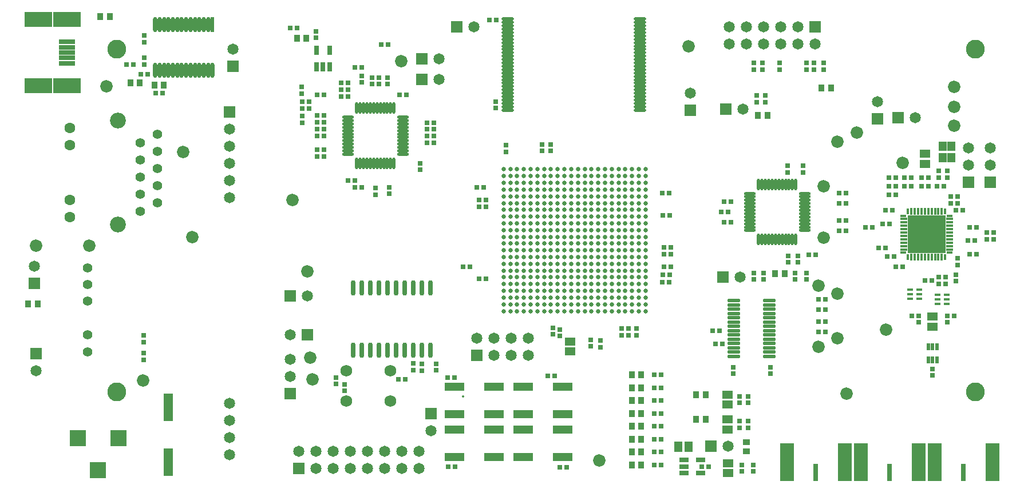
<source format=gts>
%FSLAX25Y25*%
%MOIN*%
G70*
G01*
G75*
G04 Layer_Color=8388736*
%ADD10C,0.01000*%
%ADD11R,0.02362X0.01969*%
%ADD12R,0.01969X0.02362*%
%ADD13R,0.04331X0.05512*%
%ADD14R,0.05118X0.02165*%
%ADD15R,0.03150X0.03543*%
%ADD16R,0.02362X0.09843*%
%ADD17R,0.07874X0.21654*%
%ADD18O,0.02362X0.08465*%
%ADD19R,0.03543X0.03150*%
%ADD20R,0.03937X0.04724*%
%ADD21R,0.02165X0.05118*%
%ADD22O,0.06496X0.01181*%
%ADD23O,0.01181X0.06496*%
%ADD24R,0.08858X0.01969*%
%ADD25R,0.15748X0.08071*%
%ADD26R,0.05512X0.04331*%
%ADD27R,0.01575X0.03347*%
%ADD28C,0.01969*%
%ADD29O,0.06693X0.01181*%
%ADD30R,0.01772X0.08268*%
%ADD31O,0.01772X0.08268*%
%ADD32O,0.07087X0.01378*%
%ADD33R,0.01181X0.02953*%
%ADD34R,0.01181X0.03347*%
%ADD35R,0.02953X0.01181*%
%ADD36R,0.03347X0.01181*%
%ADD37R,0.21260X0.21260*%
%ADD38R,0.11024X0.03937*%
%ADD39R,0.03150X0.01181*%
%ADD40R,0.04921X0.15748*%
%ADD41C,0.00500*%
%ADD42C,0.00800*%
%ADD43C,0.01200*%
%ADD44C,0.01190*%
%ADD45C,0.01600*%
%ADD46C,0.02500*%
%ADD47C,0.03000*%
%ADD48C,0.02000*%
%ADD49C,0.01500*%
%ADD50C,0.05906*%
%ADD51R,0.05906X0.05906*%
%ADD52R,0.08661X0.08661*%
%ADD53C,0.04921*%
%ADD54C,0.06299*%
%ADD55C,0.06614*%
%ADD56R,0.05906X0.05906*%
%ADD57C,0.08661*%
%ADD58C,0.05709*%
%ADD59C,0.02000*%
%ADD60C,0.01600*%
%ADD61C,0.03200*%
%ADD62C,0.02600*%
%ADD63C,0.02400*%
%ADD64C,0.15000*%
%ADD65C,0.01800*%
%ADD66C,0.02200*%
%ADD67C,0.03600*%
%ADD68C,0.03000*%
%ADD69C,0.02900*%
%ADD70C,0.00600*%
%ADD71R,0.05900X0.12900*%
%ADD72R,0.05900X0.03900*%
%ADD73R,0.20000X0.20000*%
%ADD74R,0.15590X0.15590*%
%ADD75R,0.05906X0.02362*%
%ADD76R,0.03543X0.02756*%
%ADD77R,0.10236X0.04331*%
%ADD78R,0.07874X0.07087*%
%ADD79R,0.07480X0.09449*%
%ADD80C,0.01181*%
%ADD81R,0.02362X0.05906*%
%ADD82R,0.04331X0.02165*%
%ADD83O,0.08661X0.02362*%
%ADD84R,0.09843X0.17716*%
%ADD85C,0.04000*%
%ADD86C,0.01800*%
%ADD87C,0.05000*%
%ADD88C,0.00984*%
%ADD89C,0.02362*%
%ADD90C,0.00197*%
%ADD91C,0.00787*%
%ADD92C,0.00400*%
%ADD93R,0.01575X0.01181*%
%ADD94R,0.02962X0.02569*%
%ADD95R,0.02569X0.02962*%
%ADD96R,0.04931X0.06112*%
%ADD97R,0.05718X0.02765*%
%ADD98R,0.03750X0.04143*%
%ADD99R,0.02962X0.10443*%
%ADD100R,0.08474X0.22253*%
%ADD101O,0.02962X0.09065*%
%ADD102R,0.04143X0.03750*%
%ADD103R,0.04537X0.05324*%
%ADD104R,0.02765X0.05718*%
%ADD105O,0.07096X0.01781*%
%ADD106O,0.01781X0.07096*%
%ADD107R,0.09458X0.02569*%
%ADD108R,0.16348X0.08671*%
%ADD109R,0.06112X0.04931*%
%ADD110R,0.02175X0.03947*%
%ADD111C,0.02569*%
%ADD112O,0.07293X0.01781*%
%ADD113R,0.02372X0.08868*%
%ADD114O,0.02372X0.08868*%
%ADD115O,0.07687X0.01978*%
%ADD116R,0.01781X0.03553*%
%ADD117R,0.01781X0.03947*%
%ADD118R,0.03553X0.01781*%
%ADD119R,0.03947X0.01781*%
%ADD120R,0.21860X0.21860*%
%ADD121R,0.11624X0.04537*%
%ADD122R,0.03750X0.01781*%
%ADD123R,0.05521X0.16348*%
%ADD124C,0.06506*%
%ADD125R,0.06506X0.06506*%
%ADD126R,0.09261X0.09261*%
%ADD127C,0.05521*%
%ADD128C,0.06899*%
%ADD129C,0.07214*%
%ADD130R,0.06506X0.06506*%
%ADD131C,0.00600*%
%ADD132C,0.09261*%
%ADD133C,0.06309*%
%ADD134C,0.11000*%
%ADD135C,0.01400*%
D94*
X193532Y172000D02*
D03*
X197468D02*
D03*
X171531Y202000D02*
D03*
X175469D02*
D03*
X543532Y158500D02*
D03*
X547469D02*
D03*
X540531Y162500D02*
D03*
X544468D02*
D03*
X540531Y166500D02*
D03*
X544468D02*
D03*
X403532Y80500D02*
D03*
X407469D02*
D03*
X405969Y88250D02*
D03*
X402032D02*
D03*
X371969Y17500D02*
D03*
X368032D02*
D03*
X371969Y25000D02*
D03*
X368032D02*
D03*
X371969Y32500D02*
D03*
X368032D02*
D03*
X371969Y40000D02*
D03*
X368032D02*
D03*
X371969Y47500D02*
D03*
X368032D02*
D03*
X371969Y55000D02*
D03*
X368032D02*
D03*
X371969Y62500D02*
D03*
X368032D02*
D03*
X399468Y9000D02*
D03*
X395532D02*
D03*
X371969Y10000D02*
D03*
X368032D02*
D03*
X377468Y137000D02*
D03*
X373532D02*
D03*
X377468Y133000D02*
D03*
X373532D02*
D03*
X269969Y118500D02*
D03*
X266032D02*
D03*
X376969Y121000D02*
D03*
X373031D02*
D03*
X376468Y116500D02*
D03*
X372532D02*
D03*
X260469Y125500D02*
D03*
X256532D02*
D03*
X377468Y125500D02*
D03*
X373532D02*
D03*
X376468Y168500D02*
D03*
X372532D02*
D03*
X376969Y155500D02*
D03*
X373031D02*
D03*
X247532Y61000D02*
D03*
X251468D02*
D03*
X222969Y60000D02*
D03*
X219032D02*
D03*
X171563Y206000D02*
D03*
X175500D02*
D03*
X159968Y265000D02*
D03*
X156032D02*
D03*
X185531Y233000D02*
D03*
X189469D02*
D03*
X185531Y225000D02*
D03*
X189469D02*
D03*
X193532Y242000D02*
D03*
X197468D02*
D03*
X163031Y222000D02*
D03*
X166969D02*
D03*
X163031Y218000D02*
D03*
X166969D02*
D03*
X171563Y226000D02*
D03*
X175500D02*
D03*
X171563Y214000D02*
D03*
X175500D02*
D03*
X171563Y210000D02*
D03*
X175500D02*
D03*
X171531Y194000D02*
D03*
X175469D02*
D03*
X171531Y190000D02*
D03*
X175469D02*
D03*
X185531Y229000D02*
D03*
X189469D02*
D03*
X189532Y176000D02*
D03*
X193468D02*
D03*
X219531Y226000D02*
D03*
X223468D02*
D03*
X239469Y209500D02*
D03*
X235531D02*
D03*
Y206000D02*
D03*
X239469D02*
D03*
X235531Y202000D02*
D03*
X239469D02*
D03*
X235531Y198000D02*
D03*
X239469D02*
D03*
X269969Y160500D02*
D03*
X266032D02*
D03*
X269969Y164500D02*
D03*
X266032D02*
D03*
X268468Y172000D02*
D03*
X264531D02*
D03*
X275969Y269500D02*
D03*
X272031D02*
D03*
X64468Y243500D02*
D03*
X60532D02*
D03*
X81468Y227000D02*
D03*
X77531D02*
D03*
X72969Y238000D02*
D03*
X69032D02*
D03*
X550531Y141000D02*
D03*
X554468D02*
D03*
X551532Y148500D02*
D03*
X555469D02*
D03*
X561531Y145500D02*
D03*
X565469D02*
D03*
X561531Y141500D02*
D03*
X565469D02*
D03*
X551532Y133000D02*
D03*
X555469D02*
D03*
X529468Y117500D02*
D03*
X525531D02*
D03*
X512468Y125500D02*
D03*
X508532D02*
D03*
X498531Y136500D02*
D03*
X502468D02*
D03*
X501031Y150500D02*
D03*
X504969D02*
D03*
X491032Y148500D02*
D03*
X494969D02*
D03*
X408532Y163500D02*
D03*
X412468D02*
D03*
X408532Y151500D02*
D03*
X412468D02*
D03*
X407031Y157500D02*
D03*
X410968D02*
D03*
X463531Y106500D02*
D03*
X467469D02*
D03*
X463531Y100500D02*
D03*
X467469D02*
D03*
X463531Y93500D02*
D03*
X467469D02*
D03*
X463531Y87500D02*
D03*
X467469D02*
D03*
X309968Y62000D02*
D03*
X306031D02*
D03*
X313032Y8500D02*
D03*
X316968D02*
D03*
X251969Y9000D02*
D03*
X248031D02*
D03*
X532531Y172500D02*
D03*
X536469D02*
D03*
X479468Y146500D02*
D03*
X475531D02*
D03*
X479468Y152500D02*
D03*
X475531D02*
D03*
X479468Y162500D02*
D03*
X475531D02*
D03*
X479468Y168500D02*
D03*
X475531D02*
D03*
X458032Y132500D02*
D03*
X461969D02*
D03*
X503532Y131500D02*
D03*
X507469D02*
D03*
X506468Y158500D02*
D03*
X502531D02*
D03*
X538531Y97000D02*
D03*
X542469D02*
D03*
X518032Y97000D02*
D03*
X521969D02*
D03*
X209032Y255260D02*
D03*
X212968D02*
D03*
X508468Y177500D02*
D03*
X504531D02*
D03*
X504531Y172500D02*
D03*
X508468D02*
D03*
X527468D02*
D03*
X523531D02*
D03*
X517469Y177500D02*
D03*
X513531D02*
D03*
X527468D02*
D03*
X523531D02*
D03*
X517469Y172500D02*
D03*
X513531D02*
D03*
X504531Y167500D02*
D03*
X508468D02*
D03*
D95*
X544500Y130468D02*
D03*
Y126532D02*
D03*
X349000Y89468D02*
D03*
Y85532D02*
D03*
X331000Y82968D02*
D03*
Y79031D02*
D03*
X353000Y89468D02*
D03*
Y85532D02*
D03*
X357500Y89468D02*
D03*
Y85532D02*
D03*
X336500Y82468D02*
D03*
Y78531D02*
D03*
X281500Y196468D02*
D03*
Y192532D02*
D03*
X302500Y196968D02*
D03*
Y193032D02*
D03*
X307500Y196968D02*
D03*
Y193032D02*
D03*
X227400Y69068D02*
D03*
Y65131D02*
D03*
X431500Y121968D02*
D03*
Y118032D02*
D03*
X426000Y121968D02*
D03*
Y118032D02*
D03*
X456500Y121968D02*
D03*
Y118032D02*
D03*
X450000Y121968D02*
D03*
Y118032D02*
D03*
X432500Y221532D02*
D03*
Y225468D02*
D03*
X427500Y221532D02*
D03*
Y225468D02*
D03*
X70700Y75068D02*
D03*
Y71131D02*
D03*
X70500Y81532D02*
D03*
Y85469D02*
D03*
X182500Y60969D02*
D03*
Y57032D02*
D03*
X187500Y53031D02*
D03*
Y56968D02*
D03*
X171000Y259032D02*
D03*
Y262968D02*
D03*
X212500Y235968D02*
D03*
Y232031D02*
D03*
X162500Y230469D02*
D03*
Y226532D02*
D03*
X163000Y213469D02*
D03*
Y209531D02*
D03*
X197500Y236968D02*
D03*
Y233032D02*
D03*
X203500Y235968D02*
D03*
Y232031D02*
D03*
X207500Y235968D02*
D03*
Y232031D02*
D03*
X205500Y171468D02*
D03*
Y167532D02*
D03*
X213500Y171968D02*
D03*
Y168032D02*
D03*
X231500Y185968D02*
D03*
Y182032D02*
D03*
X425500Y9968D02*
D03*
Y6032D02*
D03*
X419000Y9968D02*
D03*
Y6032D02*
D03*
X313000Y85031D02*
D03*
Y88968D02*
D03*
X309000Y86032D02*
D03*
Y89969D02*
D03*
X275500Y221969D02*
D03*
Y218032D02*
D03*
X466500Y240531D02*
D03*
Y244468D02*
D03*
X461000D02*
D03*
Y240531D02*
D03*
X456500Y240531D02*
D03*
Y244468D02*
D03*
X441000Y244468D02*
D03*
Y240531D02*
D03*
X431000Y244468D02*
D03*
Y240531D02*
D03*
X426000D02*
D03*
Y244468D02*
D03*
X71000Y256532D02*
D03*
Y260469D02*
D03*
X71000Y247468D02*
D03*
Y243531D02*
D03*
X454500Y184468D02*
D03*
Y180532D02*
D03*
X445500Y184468D02*
D03*
Y180532D02*
D03*
X446000Y131968D02*
D03*
Y128032D02*
D03*
X451500Y128032D02*
D03*
Y131968D02*
D03*
X422500Y35469D02*
D03*
Y31532D02*
D03*
X417500Y35469D02*
D03*
Y31532D02*
D03*
X414000Y63032D02*
D03*
Y66969D02*
D03*
X435500Y63032D02*
D03*
Y66969D02*
D03*
X422500Y49968D02*
D03*
Y46031D02*
D03*
X417500Y49968D02*
D03*
Y46031D02*
D03*
X533500Y177532D02*
D03*
Y181468D02*
D03*
X538500Y177532D02*
D03*
Y181468D02*
D03*
X530000Y62032D02*
D03*
Y65969D02*
D03*
X538500Y93032D02*
D03*
Y96969D02*
D03*
X522000Y93032D02*
D03*
Y96969D02*
D03*
X533500Y115532D02*
D03*
Y119468D02*
D03*
X537500Y115532D02*
D03*
Y119468D02*
D03*
X543500Y117032D02*
D03*
Y120968D02*
D03*
X232500Y65000D02*
D03*
Y68937D02*
D03*
X241000Y65031D02*
D03*
Y68968D02*
D03*
D96*
X387953Y20500D02*
D03*
X382047D02*
D03*
D97*
X394921Y12740D02*
D03*
Y5260D02*
D03*
X385079Y9000D02*
D03*
Y12740D02*
D03*
Y5260D02*
D03*
D98*
X397756Y36500D02*
D03*
X392244D02*
D03*
X397756Y51000D02*
D03*
X392244D02*
D03*
X360256Y10000D02*
D03*
X354744D02*
D03*
X360256Y17500D02*
D03*
X354744D02*
D03*
X360256Y25000D02*
D03*
X354744D02*
D03*
X360256Y32500D02*
D03*
X354744D02*
D03*
X360256Y40000D02*
D03*
X354744D02*
D03*
X360256Y47500D02*
D03*
X354744D02*
D03*
X360256Y55000D02*
D03*
X354744D02*
D03*
X360256Y62500D02*
D03*
X354744D02*
D03*
X438244Y121500D02*
D03*
X443756D02*
D03*
X428244Y214000D02*
D03*
X433756D02*
D03*
X165256Y259000D02*
D03*
X159744D02*
D03*
X68256Y233000D02*
D03*
X62744D02*
D03*
X3244Y104000D02*
D03*
X8756D02*
D03*
X45244Y271500D02*
D03*
X50756D02*
D03*
X82256Y231500D02*
D03*
X76744D02*
D03*
X470756Y230000D02*
D03*
X465244D02*
D03*
D99*
X548000Y5571D02*
D03*
X505000D02*
D03*
X462000D02*
D03*
D100*
X564732Y11476D02*
D03*
X531268D02*
D03*
X521732D02*
D03*
X488268D02*
D03*
X478732D02*
D03*
X445268D02*
D03*
D101*
X232500Y76693D02*
D03*
X227500D02*
D03*
X237500D02*
D03*
X212500D02*
D03*
X222500D02*
D03*
X217500D02*
D03*
X207500D02*
D03*
X202500D02*
D03*
X192500D02*
D03*
X197500D02*
D03*
X217500Y113307D02*
D03*
X237500D02*
D03*
X232500D02*
D03*
X227500D02*
D03*
X212500D02*
D03*
X222500D02*
D03*
X202500D02*
D03*
X197500D02*
D03*
X192500D02*
D03*
X207500D02*
D03*
D102*
X421500Y17744D02*
D03*
Y23256D02*
D03*
D103*
X535941Y189154D02*
D03*
Y195846D02*
D03*
X541059D02*
D03*
Y189154D02*
D03*
D104*
X171260Y251921D02*
D03*
X178740D02*
D03*
Y242079D02*
D03*
X175000D02*
D03*
X171260D02*
D03*
D105*
X189457Y210858D02*
D03*
Y212827D02*
D03*
Y208890D02*
D03*
Y202984D02*
D03*
Y201016D02*
D03*
Y206921D02*
D03*
Y204953D02*
D03*
Y199047D02*
D03*
Y197079D02*
D03*
Y195110D02*
D03*
Y193142D02*
D03*
Y191173D02*
D03*
X221543Y212827D02*
D03*
Y210858D02*
D03*
Y204953D02*
D03*
Y202984D02*
D03*
Y208890D02*
D03*
Y206921D02*
D03*
Y197079D02*
D03*
Y195110D02*
D03*
Y201016D02*
D03*
Y199047D02*
D03*
Y193142D02*
D03*
Y191173D02*
D03*
X455543Y146673D02*
D03*
Y148642D02*
D03*
Y150610D02*
D03*
Y152579D02*
D03*
Y154547D02*
D03*
Y156516D02*
D03*
Y158484D02*
D03*
Y160453D02*
D03*
Y162421D02*
D03*
Y164390D02*
D03*
Y166358D02*
D03*
Y168327D02*
D03*
X423457D02*
D03*
Y166358D02*
D03*
Y164390D02*
D03*
Y162421D02*
D03*
Y160453D02*
D03*
Y158484D02*
D03*
Y156516D02*
D03*
Y154547D02*
D03*
Y152579D02*
D03*
Y150610D02*
D03*
Y148642D02*
D03*
Y146673D02*
D03*
D106*
X196642Y218043D02*
D03*
X194673D02*
D03*
X200579D02*
D03*
X198610D02*
D03*
X204516D02*
D03*
X202547D02*
D03*
X206484D02*
D03*
X208453D02*
D03*
X194673Y185957D02*
D03*
X196642D02*
D03*
X200579D02*
D03*
X198610D02*
D03*
X204516D02*
D03*
X202547D02*
D03*
X208453D02*
D03*
X206484D02*
D03*
X212390Y218043D02*
D03*
X214358D02*
D03*
X210421D02*
D03*
X216327D02*
D03*
X212390Y185957D02*
D03*
X210421D02*
D03*
X216327D02*
D03*
X214358D02*
D03*
X450327Y173543D02*
D03*
X448358D02*
D03*
X446390D02*
D03*
X444421D02*
D03*
X442453D02*
D03*
X440484D02*
D03*
X438516D02*
D03*
X436547D02*
D03*
X434579D02*
D03*
X432610D02*
D03*
X430642D02*
D03*
X428673D02*
D03*
Y141457D02*
D03*
X430642D02*
D03*
X432610D02*
D03*
X434579D02*
D03*
X436547D02*
D03*
X438516D02*
D03*
X440484D02*
D03*
X442453D02*
D03*
X444421D02*
D03*
X446390D02*
D03*
X448358D02*
D03*
X450327D02*
D03*
D107*
X26000Y250500D02*
D03*
Y253650D02*
D03*
Y256799D02*
D03*
Y247350D02*
D03*
Y244201D02*
D03*
D108*
Y231110D02*
D03*
X9268D02*
D03*
X26000Y269890D02*
D03*
X9268D02*
D03*
D109*
X411000Y5047D02*
D03*
Y10953D02*
D03*
X319000Y76047D02*
D03*
Y81953D02*
D03*
X525500Y191453D02*
D03*
Y185547D02*
D03*
X410500Y30547D02*
D03*
Y36453D02*
D03*
Y45047D02*
D03*
Y50953D02*
D03*
X530000Y90547D02*
D03*
Y96453D02*
D03*
D110*
X532559Y78740D02*
D03*
X530000D02*
D03*
X527441D02*
D03*
Y71260D02*
D03*
X530000D02*
D03*
X532559D02*
D03*
D111*
X362839Y99661D02*
D03*
X358902D02*
D03*
X354965D02*
D03*
X351028D02*
D03*
X347091D02*
D03*
X343154D02*
D03*
X339216D02*
D03*
X335279D02*
D03*
X331343D02*
D03*
X327406D02*
D03*
X323468D02*
D03*
X319531D02*
D03*
X315595D02*
D03*
X311658D02*
D03*
X307720D02*
D03*
X303783D02*
D03*
X299847D02*
D03*
X295910D02*
D03*
X291972D02*
D03*
X288035D02*
D03*
X284098D02*
D03*
X280161D02*
D03*
X362839Y103598D02*
D03*
X358902D02*
D03*
X354965D02*
D03*
X351028D02*
D03*
X347091D02*
D03*
X343154D02*
D03*
X339216D02*
D03*
X335279D02*
D03*
X331343D02*
D03*
X327406D02*
D03*
X323468D02*
D03*
X319531D02*
D03*
X315595D02*
D03*
X311658D02*
D03*
X307720D02*
D03*
X303783D02*
D03*
X299847D02*
D03*
X295910D02*
D03*
X291972D02*
D03*
X288035D02*
D03*
X284098D02*
D03*
X280161D02*
D03*
X362839Y107535D02*
D03*
X358902D02*
D03*
X354965D02*
D03*
X351028D02*
D03*
X347091D02*
D03*
X343154D02*
D03*
X339216D02*
D03*
X335279D02*
D03*
X331343D02*
D03*
X327406D02*
D03*
X323468D02*
D03*
X319531D02*
D03*
X315595D02*
D03*
X311658D02*
D03*
X307720D02*
D03*
X303783D02*
D03*
X299847D02*
D03*
X295910D02*
D03*
X291972D02*
D03*
X288035D02*
D03*
X284098D02*
D03*
X280161D02*
D03*
X362839Y111472D02*
D03*
X358902D02*
D03*
X354965D02*
D03*
X351028D02*
D03*
X347091D02*
D03*
X343154D02*
D03*
X339216D02*
D03*
X335279D02*
D03*
X331343D02*
D03*
X327406D02*
D03*
X323468D02*
D03*
X319531D02*
D03*
X315595D02*
D03*
X311658D02*
D03*
X307720D02*
D03*
X303783D02*
D03*
X299847D02*
D03*
X295910D02*
D03*
X291972D02*
D03*
X288035D02*
D03*
X284098D02*
D03*
X280161D02*
D03*
X362839Y115410D02*
D03*
X358902D02*
D03*
X354965D02*
D03*
X351028D02*
D03*
X347091D02*
D03*
X343154D02*
D03*
X339216D02*
D03*
X335279D02*
D03*
X331343D02*
D03*
X327406D02*
D03*
X323468D02*
D03*
X319531D02*
D03*
X315595D02*
D03*
X311658D02*
D03*
X307720D02*
D03*
X303783D02*
D03*
X299847D02*
D03*
X295910D02*
D03*
X291972D02*
D03*
X288035D02*
D03*
X284098D02*
D03*
X280161D02*
D03*
X362839Y119346D02*
D03*
X358902D02*
D03*
X354965D02*
D03*
X351028D02*
D03*
X347091D02*
D03*
X343154D02*
D03*
X339216D02*
D03*
X335279D02*
D03*
X331343D02*
D03*
X327406D02*
D03*
X323468D02*
D03*
X319531D02*
D03*
X315595D02*
D03*
X311658D02*
D03*
X307720D02*
D03*
X303783D02*
D03*
X299847D02*
D03*
X295910D02*
D03*
X291972D02*
D03*
X288035D02*
D03*
X284098D02*
D03*
X280161D02*
D03*
X362839Y123284D02*
D03*
X358902D02*
D03*
X354965D02*
D03*
X351028D02*
D03*
X347091D02*
D03*
X343154D02*
D03*
X339216D02*
D03*
X335279D02*
D03*
X331343D02*
D03*
X327406D02*
D03*
X323468D02*
D03*
X319531D02*
D03*
X315595D02*
D03*
X311658D02*
D03*
X307720D02*
D03*
X303783D02*
D03*
X299847D02*
D03*
X295910D02*
D03*
X291972D02*
D03*
X288035D02*
D03*
X284098D02*
D03*
X280161D02*
D03*
X362839Y127220D02*
D03*
X358902D02*
D03*
X354965D02*
D03*
X351028D02*
D03*
X347091D02*
D03*
X343154D02*
D03*
X339216D02*
D03*
X335279D02*
D03*
X331343D02*
D03*
X327406D02*
D03*
X323468D02*
D03*
X319531D02*
D03*
X315595D02*
D03*
X311658D02*
D03*
X307720D02*
D03*
X303783D02*
D03*
X299847D02*
D03*
X295910D02*
D03*
X291972D02*
D03*
X288035D02*
D03*
X284098D02*
D03*
X280161D02*
D03*
X362839Y131158D02*
D03*
X358902D02*
D03*
X354965D02*
D03*
X351028D02*
D03*
X347091D02*
D03*
X343154D02*
D03*
X339216D02*
D03*
X335279D02*
D03*
X331343D02*
D03*
X327406D02*
D03*
X323468D02*
D03*
X319531D02*
D03*
X315595D02*
D03*
X311658D02*
D03*
X307720D02*
D03*
X303783D02*
D03*
X299847D02*
D03*
X295910D02*
D03*
X291972D02*
D03*
X288035D02*
D03*
X284098D02*
D03*
X280161D02*
D03*
X362839Y135094D02*
D03*
X358902D02*
D03*
X354965D02*
D03*
X351028D02*
D03*
X347091D02*
D03*
X343154D02*
D03*
X339216D02*
D03*
X335279D02*
D03*
X331343D02*
D03*
X327406D02*
D03*
X323468D02*
D03*
X319531D02*
D03*
X315595D02*
D03*
X311658D02*
D03*
X307720D02*
D03*
X303783D02*
D03*
X299847D02*
D03*
X295910D02*
D03*
X291972D02*
D03*
X288035D02*
D03*
X284098D02*
D03*
X280161D02*
D03*
X362839Y139032D02*
D03*
X358902D02*
D03*
X354965D02*
D03*
X351028D02*
D03*
X347091D02*
D03*
X343154D02*
D03*
X339216D02*
D03*
X335279D02*
D03*
X331343D02*
D03*
X327406D02*
D03*
X323468D02*
D03*
X319531D02*
D03*
X315595D02*
D03*
X311658D02*
D03*
X307720D02*
D03*
X303783D02*
D03*
X299847D02*
D03*
X295910D02*
D03*
X291972D02*
D03*
X288035D02*
D03*
X284098D02*
D03*
X280161D02*
D03*
X362839Y142968D02*
D03*
X358902D02*
D03*
X354965D02*
D03*
X351028D02*
D03*
X347091D02*
D03*
X343154D02*
D03*
X339216D02*
D03*
X335279D02*
D03*
X331343D02*
D03*
X327406D02*
D03*
X323468D02*
D03*
X319531D02*
D03*
X315595D02*
D03*
X311658D02*
D03*
X307720D02*
D03*
X303783D02*
D03*
X299847D02*
D03*
X295910D02*
D03*
X291972D02*
D03*
X288035D02*
D03*
X284098D02*
D03*
X280161D02*
D03*
X362839Y146906D02*
D03*
X358902D02*
D03*
X354965D02*
D03*
X351028D02*
D03*
X347091D02*
D03*
X343154D02*
D03*
X339216D02*
D03*
X335279D02*
D03*
X331343D02*
D03*
X327406D02*
D03*
X323468D02*
D03*
X319531D02*
D03*
X315595D02*
D03*
X311658D02*
D03*
X307720D02*
D03*
X303783D02*
D03*
X299847D02*
D03*
X295910D02*
D03*
X291972D02*
D03*
X288035D02*
D03*
X284098D02*
D03*
X280161D02*
D03*
X362839Y150842D02*
D03*
X358902D02*
D03*
X354965D02*
D03*
X351028D02*
D03*
X347091D02*
D03*
X343154D02*
D03*
X339216D02*
D03*
X335279D02*
D03*
X331343D02*
D03*
X327406D02*
D03*
X323468D02*
D03*
X319531D02*
D03*
X315595D02*
D03*
X311658D02*
D03*
X307720D02*
D03*
X303783D02*
D03*
X299847D02*
D03*
X295910D02*
D03*
X291972D02*
D03*
X288035D02*
D03*
X284098D02*
D03*
X280161D02*
D03*
X362839Y154780D02*
D03*
X358902D02*
D03*
X354965D02*
D03*
X351028D02*
D03*
X347091D02*
D03*
X343154D02*
D03*
X339216D02*
D03*
X335279D02*
D03*
X331343D02*
D03*
X327406D02*
D03*
X323468D02*
D03*
X319531D02*
D03*
X315595D02*
D03*
X311658D02*
D03*
X307720D02*
D03*
X303783D02*
D03*
X299847D02*
D03*
X295910D02*
D03*
X291972D02*
D03*
X288035D02*
D03*
X284098D02*
D03*
X280161D02*
D03*
X362839Y158716D02*
D03*
X358902D02*
D03*
X354965D02*
D03*
X351028D02*
D03*
X347091D02*
D03*
X343154D02*
D03*
X339216D02*
D03*
X335279D02*
D03*
X331343D02*
D03*
X327406D02*
D03*
X323468D02*
D03*
X319531D02*
D03*
X315595D02*
D03*
X311658D02*
D03*
X307720D02*
D03*
X303783D02*
D03*
X299847D02*
D03*
X295910D02*
D03*
X291972D02*
D03*
X288035D02*
D03*
X284098D02*
D03*
X280161D02*
D03*
X362839Y162654D02*
D03*
X358902D02*
D03*
X354965D02*
D03*
X351028D02*
D03*
X347091D02*
D03*
X343154D02*
D03*
X339216D02*
D03*
X335279D02*
D03*
X331343D02*
D03*
X327406D02*
D03*
X323468D02*
D03*
X319531D02*
D03*
X315595D02*
D03*
X311658D02*
D03*
X307720D02*
D03*
X303783D02*
D03*
X299847D02*
D03*
X295910D02*
D03*
X291972D02*
D03*
X288035D02*
D03*
X284098D02*
D03*
X280161D02*
D03*
X362839Y166591D02*
D03*
X358902D02*
D03*
X354965D02*
D03*
X351028D02*
D03*
X347091D02*
D03*
X343154D02*
D03*
X339216D02*
D03*
X335279D02*
D03*
X331343D02*
D03*
X327406D02*
D03*
X323468D02*
D03*
X319531D02*
D03*
X315595D02*
D03*
X311658D02*
D03*
X307720D02*
D03*
X303783D02*
D03*
X299847D02*
D03*
X295910D02*
D03*
X291972D02*
D03*
X288035D02*
D03*
X284098D02*
D03*
X280161D02*
D03*
X362839Y170528D02*
D03*
X358902D02*
D03*
X354965D02*
D03*
X351028D02*
D03*
X347091D02*
D03*
X343154D02*
D03*
X339216D02*
D03*
X335279D02*
D03*
X331343D02*
D03*
X327406D02*
D03*
X323468D02*
D03*
X319531D02*
D03*
X315595D02*
D03*
X311658D02*
D03*
X307720D02*
D03*
X303783D02*
D03*
X299847D02*
D03*
X295910D02*
D03*
X291972D02*
D03*
X288035D02*
D03*
X284098D02*
D03*
X280161D02*
D03*
X362839Y174465D02*
D03*
X358902D02*
D03*
X354965D02*
D03*
X351028D02*
D03*
X347091D02*
D03*
X343154D02*
D03*
X339216D02*
D03*
X335279D02*
D03*
X331343D02*
D03*
X327406D02*
D03*
X323468D02*
D03*
X319531D02*
D03*
X315595D02*
D03*
X311658D02*
D03*
X307720D02*
D03*
X303783D02*
D03*
X299847D02*
D03*
X295910D02*
D03*
X291972D02*
D03*
X288035D02*
D03*
X284098D02*
D03*
X280161D02*
D03*
X362839Y178402D02*
D03*
X358902D02*
D03*
X354965D02*
D03*
X351028D02*
D03*
X347091D02*
D03*
X343154D02*
D03*
X339216D02*
D03*
X335279D02*
D03*
X331343D02*
D03*
X327406D02*
D03*
X323468D02*
D03*
X319531D02*
D03*
X315595D02*
D03*
X311658D02*
D03*
X307720D02*
D03*
X303783D02*
D03*
X299847D02*
D03*
X295910D02*
D03*
X291972D02*
D03*
X288035D02*
D03*
X284098D02*
D03*
X280161D02*
D03*
X362839Y182339D02*
D03*
X358902D02*
D03*
X354965D02*
D03*
X351028D02*
D03*
X347091D02*
D03*
X343154D02*
D03*
X339216D02*
D03*
X335279D02*
D03*
X331343D02*
D03*
X327406D02*
D03*
X323468D02*
D03*
X319531D02*
D03*
X315595D02*
D03*
X311658D02*
D03*
X307720D02*
D03*
X303783D02*
D03*
X299847D02*
D03*
X295910D02*
D03*
X291972D02*
D03*
X288035D02*
D03*
X284098D02*
D03*
X280161D02*
D03*
D112*
X359583Y216925D02*
D03*
Y218894D02*
D03*
Y220862D02*
D03*
Y222831D02*
D03*
Y224799D02*
D03*
Y226768D02*
D03*
Y228736D02*
D03*
Y230705D02*
D03*
Y232673D02*
D03*
Y234642D02*
D03*
Y236610D02*
D03*
Y238579D02*
D03*
Y240547D02*
D03*
Y242516D02*
D03*
Y244484D02*
D03*
Y246453D02*
D03*
Y248421D02*
D03*
Y250390D02*
D03*
Y252358D02*
D03*
Y254327D02*
D03*
Y256295D02*
D03*
Y258264D02*
D03*
Y260232D02*
D03*
Y262201D02*
D03*
Y264169D02*
D03*
Y266138D02*
D03*
Y268106D02*
D03*
Y270075D02*
D03*
X282417Y216925D02*
D03*
Y218894D02*
D03*
Y220862D02*
D03*
Y222831D02*
D03*
Y224799D02*
D03*
Y226768D02*
D03*
Y228736D02*
D03*
Y230705D02*
D03*
Y232673D02*
D03*
Y234642D02*
D03*
Y236610D02*
D03*
Y238579D02*
D03*
Y240547D02*
D03*
Y242516D02*
D03*
Y244484D02*
D03*
Y246453D02*
D03*
Y248421D02*
D03*
Y250390D02*
D03*
Y252358D02*
D03*
Y254327D02*
D03*
Y256295D02*
D03*
Y258264D02*
D03*
Y260232D02*
D03*
Y262201D02*
D03*
Y264169D02*
D03*
Y266138D02*
D03*
Y268106D02*
D03*
Y270075D02*
D03*
D113*
X110634Y266984D02*
D03*
D114*
X108075D02*
D03*
X105516D02*
D03*
X102957D02*
D03*
X100398D02*
D03*
X97839D02*
D03*
X95280D02*
D03*
X92721D02*
D03*
X90161D02*
D03*
X87602D02*
D03*
X85043D02*
D03*
X82484D02*
D03*
X79925D02*
D03*
X77366D02*
D03*
X110634Y240016D02*
D03*
X108075D02*
D03*
X105516D02*
D03*
X102957D02*
D03*
X100398D02*
D03*
X97839D02*
D03*
X95280D02*
D03*
X92721D02*
D03*
X90161D02*
D03*
X87602D02*
D03*
X85043D02*
D03*
X82484D02*
D03*
X79925D02*
D03*
X77366D02*
D03*
D115*
X434736Y73250D02*
D03*
Y75750D02*
D03*
Y78250D02*
D03*
Y80750D02*
D03*
Y83250D02*
D03*
Y85750D02*
D03*
Y88250D02*
D03*
Y90750D02*
D03*
Y93250D02*
D03*
Y95750D02*
D03*
Y98250D02*
D03*
Y100750D02*
D03*
Y103250D02*
D03*
Y105750D02*
D03*
X414264Y73250D02*
D03*
Y75750D02*
D03*
Y78250D02*
D03*
Y80750D02*
D03*
Y83250D02*
D03*
Y85750D02*
D03*
Y88250D02*
D03*
Y90750D02*
D03*
Y93250D02*
D03*
Y95750D02*
D03*
Y98250D02*
D03*
Y100750D02*
D03*
Y103250D02*
D03*
Y105750D02*
D03*
D116*
X515673Y131016D02*
D03*
X537327D02*
D03*
Y157984D02*
D03*
X515673D02*
D03*
D117*
X517642Y131213D02*
D03*
X519610D02*
D03*
X521579D02*
D03*
X523547D02*
D03*
X525516D02*
D03*
X527484D02*
D03*
X529453D02*
D03*
X531421D02*
D03*
X533390D02*
D03*
X535358D02*
D03*
Y157787D02*
D03*
X533390D02*
D03*
X531421D02*
D03*
X529453D02*
D03*
X527484D02*
D03*
X525516D02*
D03*
X523547D02*
D03*
X521579D02*
D03*
X519610D02*
D03*
X517642D02*
D03*
D118*
X539984Y133673D02*
D03*
Y155327D02*
D03*
X513016D02*
D03*
Y133673D02*
D03*
D119*
X539787Y135642D02*
D03*
Y137610D02*
D03*
Y139579D02*
D03*
Y141547D02*
D03*
Y143516D02*
D03*
Y145484D02*
D03*
Y147453D02*
D03*
Y149421D02*
D03*
Y151390D02*
D03*
Y153358D02*
D03*
X513213D02*
D03*
Y151390D02*
D03*
Y149421D02*
D03*
Y147453D02*
D03*
Y145484D02*
D03*
Y143516D02*
D03*
Y141547D02*
D03*
Y139579D02*
D03*
Y137610D02*
D03*
Y135642D02*
D03*
D120*
X526500Y144500D02*
D03*
D121*
X251583Y55374D02*
D03*
X274417D02*
D03*
Y39626D02*
D03*
X251583D02*
D03*
X291583Y55374D02*
D03*
X314417D02*
D03*
Y39626D02*
D03*
X291583D02*
D03*
X274417Y14626D02*
D03*
X251583D02*
D03*
Y30374D02*
D03*
X274417D02*
D03*
X314417Y14626D02*
D03*
X291583D02*
D03*
Y30374D02*
D03*
X314417D02*
D03*
D122*
X516744Y106941D02*
D03*
Y109500D02*
D03*
Y112059D02*
D03*
X522256Y106941D02*
D03*
Y109500D02*
D03*
Y112059D02*
D03*
X532744Y103941D02*
D03*
Y106500D02*
D03*
Y109059D02*
D03*
X538256Y103941D02*
D03*
Y106500D02*
D03*
Y109059D02*
D03*
D123*
X85000Y43445D02*
D03*
Y11555D02*
D03*
D124*
X120500Y166000D02*
D03*
Y206000D02*
D03*
Y196000D02*
D03*
Y186000D02*
D03*
Y176000D02*
D03*
Y46000D02*
D03*
Y36000D02*
D03*
Y26000D02*
D03*
Y16000D02*
D03*
X419500Y217500D02*
D03*
X418000Y119500D02*
D03*
X166000Y108500D02*
D03*
X122500Y252500D02*
D03*
X242500Y247000D02*
D03*
X263000Y265500D02*
D03*
X242500Y235000D02*
D03*
X498000Y222000D02*
D03*
X389000Y227000D02*
D03*
X238000Y30000D02*
D03*
X7000Y126000D02*
D03*
X156000Y61500D02*
D03*
Y71500D02*
D03*
Y86000D02*
D03*
X8000Y65000D02*
D03*
X563500Y185000D02*
D03*
Y195000D02*
D03*
X551000Y185000D02*
D03*
Y195000D02*
D03*
X520000Y212500D02*
D03*
X411000Y21000D02*
D03*
X411500Y255500D02*
D03*
X421500D02*
D03*
X431500D02*
D03*
X441500D02*
D03*
X451500D02*
D03*
X461500D02*
D03*
X411500Y265500D02*
D03*
X421500D02*
D03*
X431500D02*
D03*
X441500D02*
D03*
X451500D02*
D03*
X231000Y18000D02*
D03*
X221000D02*
D03*
X211000D02*
D03*
X201000D02*
D03*
X191000D02*
D03*
X181000D02*
D03*
X171000D02*
D03*
X161000D02*
D03*
X231000Y8000D02*
D03*
X221000D02*
D03*
X211000D02*
D03*
X201000D02*
D03*
X191000D02*
D03*
X181000D02*
D03*
X171000D02*
D03*
X294400Y83800D02*
D03*
X284400D02*
D03*
X274400D02*
D03*
X264400D02*
D03*
X294400Y73800D02*
D03*
X284400D02*
D03*
X274400D02*
D03*
D125*
X120500Y216000D02*
D03*
X122500Y242500D02*
D03*
X498000Y212000D02*
D03*
X389000Y217000D02*
D03*
X238000Y40000D02*
D03*
X7000Y116000D02*
D03*
X156000Y51500D02*
D03*
X8000Y75000D02*
D03*
X563500Y175000D02*
D03*
X551000D02*
D03*
D126*
X55811Y25500D02*
D03*
X32189D02*
D03*
X44000Y6996D02*
D03*
D127*
X37800Y124976D02*
D03*
Y115213D02*
D03*
Y105449D02*
D03*
Y85764D02*
D03*
Y76000D02*
D03*
X68500Y158000D02*
D03*
Y168000D02*
D03*
Y178000D02*
D03*
Y188000D02*
D03*
Y198000D02*
D03*
X78500Y163000D02*
D03*
Y173000D02*
D03*
Y183000D02*
D03*
Y193000D02*
D03*
Y203000D02*
D03*
D128*
X214295Y47142D02*
D03*
X188705D02*
D03*
Y64858D02*
D03*
X214295D02*
D03*
D129*
X466500Y142500D02*
D03*
X474500Y198500D02*
D03*
X486000Y204000D02*
D03*
X466500Y172500D02*
D03*
X474500Y84000D02*
D03*
X463500Y79000D02*
D03*
Y114500D02*
D03*
X474500Y110000D02*
D03*
X93500Y192500D02*
D03*
X8000Y138000D02*
D03*
X169000Y60000D02*
D03*
X542500Y208000D02*
D03*
Y219000D02*
D03*
Y230500D02*
D03*
X99000Y143000D02*
D03*
X220500Y245500D02*
D03*
X39000Y138000D02*
D03*
X70300Y59300D02*
D03*
X167500Y72500D02*
D03*
X502900Y88900D02*
D03*
X479800Y51600D02*
D03*
X512700Y186100D02*
D03*
X387800Y254100D02*
D03*
X157200Y164600D02*
D03*
X336000Y12500D02*
D03*
X166000Y123000D02*
D03*
X49000Y230700D02*
D03*
D130*
X409500Y217500D02*
D03*
X408000Y119500D02*
D03*
X156000Y108500D02*
D03*
X232500Y247000D02*
D03*
X253000Y265500D02*
D03*
X232500Y235000D02*
D03*
X166000Y86000D02*
D03*
X510000Y212500D02*
D03*
X401000Y21000D02*
D03*
X461500Y265500D02*
D03*
X161000Y8000D02*
D03*
X264400Y73800D02*
D03*
D131*
X43500Y203000D02*
D03*
Y158000D02*
D03*
D132*
X55508Y150008D02*
D03*
Y210992D02*
D03*
D133*
X27437Y206602D02*
D03*
Y196602D02*
D03*
Y164398D02*
D03*
Y154398D02*
D03*
D134*
X555000Y52500D02*
D03*
Y252500D02*
D03*
X55000D02*
D03*
Y52500D02*
D03*
D135*
X256500Y50000D02*
D03*
M02*

</source>
